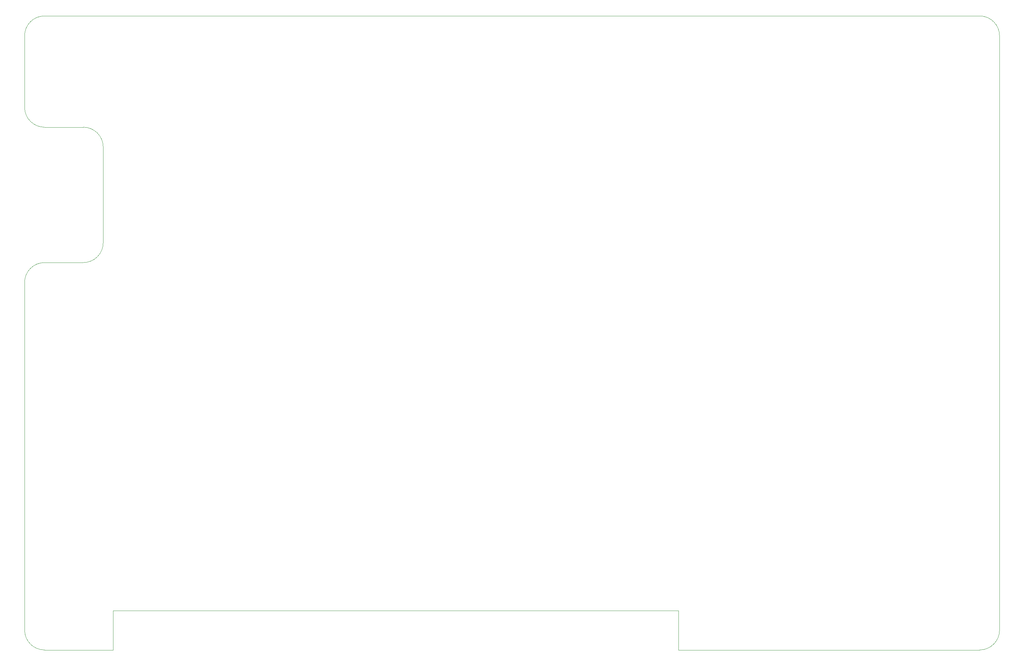
<source format=gm1>
%TF.GenerationSoftware,KiCad,Pcbnew,8.0.7*%
%TF.CreationDate,2025-01-15T11:21:19+02:00*%
%TF.ProjectId,Video Board - Memory,56696465-6f20-4426-9f61-7264202d204d,V0*%
%TF.SameCoordinates,Original*%
%TF.FileFunction,Profile,NP*%
%FSLAX46Y46*%
G04 Gerber Fmt 4.6, Leading zero omitted, Abs format (unit mm)*
G04 Created by KiCad (PCBNEW 8.0.7) date 2025-01-15 11:21:19*
%MOMM*%
%LPD*%
G01*
G04 APERTURE LIST*
%TA.AperFunction,Profile*%
%ADD10C,0.100000*%
%TD*%
G04 APERTURE END LIST*
D10*
X213918799Y156845000D02*
G75*
G02*
X218998800Y151765000I1J-5080000D01*
G01*
X-29929200Y88773000D02*
G75*
G02*
X-24849201Y93852999I5079998J1D01*
G01*
X-7366000Y-5080000D02*
X-7366000Y4953000D01*
X-24849201Y128433102D02*
G75*
G02*
X-29929200Y133513101I3J5080002D01*
G01*
X-29929200Y151765000D02*
X-29929200Y133513101D01*
X-24849201Y128433102D02*
X-14935200Y128433102D01*
X-24841200Y-5080000D02*
G75*
G02*
X-29921200Y0I2J5080002D01*
G01*
X-9855201Y98932998D02*
G75*
G02*
X-14935200Y93852999I-5080003J4D01*
G01*
X219006800Y-1D02*
G75*
G02*
X213926800Y-5080000I-5080000J1D01*
G01*
X-7366000Y-5080000D02*
X-24841200Y-5080000D01*
X-29929200Y151765000D02*
G75*
G02*
X-24849200Y156845000I5080002J-2D01*
G01*
X-29921200Y0D02*
X-29929200Y88773000D01*
X137020800Y-5080000D02*
X137020800Y4953000D01*
X-24849201Y93852999D02*
X-14935200Y93852999D01*
X213926800Y-5080001D02*
X137020800Y-5080000D01*
X213918799Y156845000D02*
X-24849200Y156845000D01*
X-14935200Y128433102D02*
G75*
G02*
X-9855201Y123353103I3J-5079996D01*
G01*
X219006800Y-1D02*
X218998799Y151765000D01*
X-9855201Y98932998D02*
X-9855201Y123353103D01*
X137020800Y4953000D02*
X-7366000Y4953000D01*
M02*

</source>
